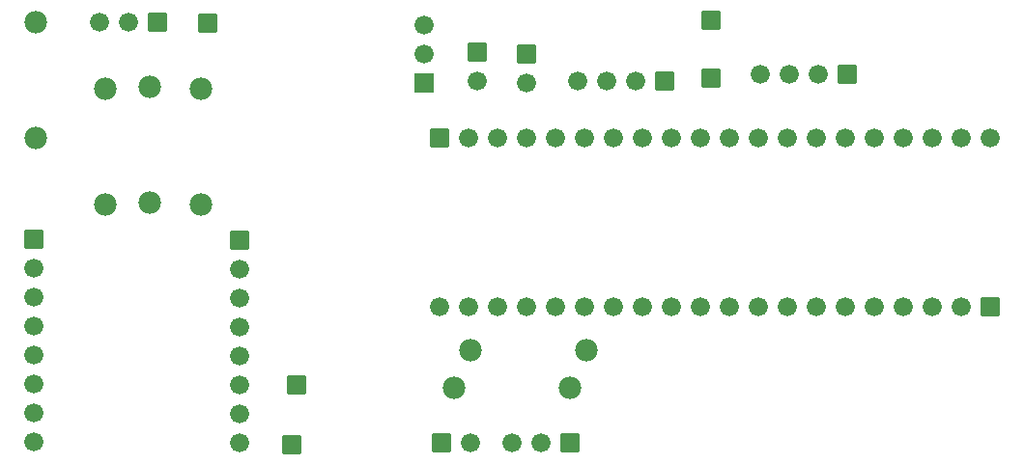
<source format=gbs>
G04 Layer: BottomSolderMaskLayer*
G04 EasyEDA v6.5.22, 2023-05-12 10:20:37*
G04 d26d94e297664bcd9bbc3ef6a8ca1e7a,10*
G04 Gerber Generator version 0.2*
G04 Scale: 100 percent, Rotated: No, Reflected: No *
G04 Dimensions in millimeters *
G04 leading zeros omitted , absolute positions ,4 integer and 5 decimal *
%FSLAX45Y45*%
%MOMM*%

%AMMACRO1*1,1,$1,$2,$3*1,1,$1,$4,$5*1,1,$1,0-$2,0-$3*1,1,$1,0-$4,0-$5*20,1,$1,$2,$3,$4,$5,0*20,1,$1,$4,$5,0-$2,0-$3,0*20,1,$1,0-$2,0-$3,0-$4,0-$5,0*20,1,$1,0-$4,0-$5,$2,$3,0*4,1,4,$2,$3,$4,$5,0-$2,0-$3,0-$4,0-$5,$2,$3,0*%
%ADD10MACRO1,0.1016X0.7874X0.7874X0.7874X-0.7874*%
%ADD11MACRO1,0.1016X0.7874X-0.7874X-0.7874X-0.7874*%
%ADD12C,1.6764*%
%ADD13MACRO1,0.1016X-0.7874X0.7874X0.7874X0.7874*%
%ADD14C,1.9812*%
%ADD15R,1.6764X1.6764*%

%LPD*%
D10*
G01*
X6578600Y4330700D03*
D11*
G01*
X4965700Y4038600D03*
D12*
G01*
X4965700Y3784600D03*
D11*
G01*
X4533900Y4051300D03*
D12*
G01*
X4533900Y3797300D03*
D10*
G01*
X647700Y2413000D03*
D12*
G01*
X647700Y2159000D03*
G01*
X647700Y1905000D03*
G01*
X647700Y1651000D03*
G01*
X647700Y1397000D03*
G01*
X647700Y1143000D03*
G01*
X647700Y889000D03*
G01*
X647700Y635000D03*
D10*
G01*
X2451100Y2400300D03*
D12*
G01*
X2451100Y2146300D03*
G01*
X2451100Y1892300D03*
G01*
X2451100Y1638300D03*
G01*
X2451100Y1384300D03*
G01*
X2451100Y1130300D03*
G01*
X2451100Y876300D03*
G01*
X2451100Y622300D03*
G01*
X9029700Y3302000D03*
G01*
X8775700Y3302000D03*
G01*
X8521700Y3302000D03*
G01*
X8267700Y3302000D03*
G01*
X8013700Y3302000D03*
G01*
X7759700Y3302000D03*
G01*
X7505700Y3302000D03*
G01*
X7251700Y3302000D03*
G01*
X6997700Y3302000D03*
G01*
X6743700Y3302000D03*
G01*
X6489700Y3302000D03*
G01*
X6235700Y3302000D03*
G01*
X5981700Y3302000D03*
G01*
X5727700Y3302000D03*
G01*
X5473700Y3302000D03*
G01*
X5219700Y3302000D03*
G01*
X4965700Y3302000D03*
G01*
X4711700Y3302000D03*
G01*
X4457700Y3302000D03*
D13*
G01*
X4203700Y3302000D03*
D12*
G01*
X4203700Y1816100D03*
G01*
X4457700Y1816100D03*
G01*
X4711700Y1816100D03*
G01*
X4965700Y1816100D03*
G01*
X5219700Y1816100D03*
G01*
X5473700Y1816100D03*
G01*
X5727700Y1816100D03*
G01*
X5981700Y1816100D03*
G01*
X6235700Y1816100D03*
G01*
X6489700Y1816100D03*
G01*
X6743700Y1816100D03*
G01*
X6997700Y1816100D03*
G01*
X7251700Y1816100D03*
G01*
X7505700Y1816100D03*
G01*
X7759700Y1816100D03*
G01*
X8013700Y1816100D03*
G01*
X8267700Y1816100D03*
G01*
X8521700Y1816100D03*
G01*
X8775700Y1816100D03*
D11*
G01*
X9029700Y1816100D03*
G01*
X7772400Y3860800D03*
D12*
G01*
X7518400Y3860800D03*
G01*
X7264400Y3860800D03*
G01*
X7010400Y3860800D03*
D11*
G01*
X6172200Y3797300D03*
D12*
G01*
X5918200Y3797300D03*
G01*
X5664200Y3797300D03*
G01*
X5410200Y3797300D03*
D14*
G01*
X5486400Y1435100D03*
G01*
X4470400Y1435100D03*
G01*
X5346700Y1104900D03*
G01*
X4330700Y1104900D03*
D11*
G01*
X5346700Y622300D03*
D12*
G01*
X5092700Y622300D03*
G01*
X4838700Y622300D03*
D15*
G01*
X4064000Y3784600D03*
D12*
G01*
X4064000Y4038600D03*
G01*
X4064000Y4292600D03*
D10*
G01*
X2908300Y609600D03*
G01*
X2946400Y1130300D03*
D14*
G01*
X660400Y3302000D03*
G01*
X660400Y4318000D03*
G01*
X1270000Y3733800D03*
G01*
X1270000Y2717800D03*
G01*
X1663700Y3746500D03*
G01*
X1663700Y2730500D03*
G01*
X2108200Y3733800D03*
G01*
X2108200Y2717800D03*
D10*
G01*
X2171700Y4305300D03*
D11*
G01*
X1727200Y4318000D03*
D12*
G01*
X1473200Y4318000D03*
G01*
X1219200Y4318000D03*
D10*
G01*
X6578600Y3822700D03*
G01*
X4216400Y622300D03*
D12*
G01*
X4470400Y622300D03*
M02*

</source>
